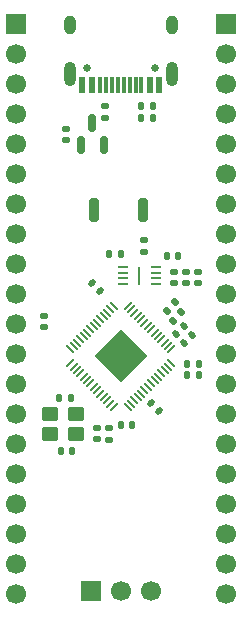
<source format=gbr>
%TF.GenerationSoftware,KiCad,Pcbnew,9.0.5*%
%TF.CreationDate,2025-12-10T19:07:18-06:00*%
%TF.ProjectId,KBoardV1,4b426f61-7264-4563-912e-6b696361645f,rev?*%
%TF.SameCoordinates,Original*%
%TF.FileFunction,Soldermask,Top*%
%TF.FilePolarity,Negative*%
%FSLAX46Y46*%
G04 Gerber Fmt 4.6, Leading zero omitted, Abs format (unit mm)*
G04 Created by KiCad (PCBNEW 9.0.5) date 2025-12-10 19:07:18*
%MOMM*%
%LPD*%
G01*
G04 APERTURE LIST*
G04 Aperture macros list*
%AMRoundRect*
0 Rectangle with rounded corners*
0 $1 Rounding radius*
0 $2 $3 $4 $5 $6 $7 $8 $9 X,Y pos of 4 corners*
0 Add a 4 corners polygon primitive as box body*
4,1,4,$2,$3,$4,$5,$6,$7,$8,$9,$2,$3,0*
0 Add four circle primitives for the rounded corners*
1,1,$1+$1,$2,$3*
1,1,$1+$1,$4,$5*
1,1,$1+$1,$6,$7*
1,1,$1+$1,$8,$9*
0 Add four rect primitives between the rounded corners*
20,1,$1+$1,$2,$3,$4,$5,0*
20,1,$1+$1,$4,$5,$6,$7,0*
20,1,$1+$1,$6,$7,$8,$9,0*
20,1,$1+$1,$8,$9,$2,$3,0*%
%AMRotRect*
0 Rectangle, with rotation*
0 The origin of the aperture is its center*
0 $1 length*
0 $2 width*
0 $3 Rotation angle, in degrees counterclockwise*
0 Add horizontal line*
21,1,$1,$2,0,0,$3*%
G04 Aperture macros list end*
%ADD10O,1.000000X1.600000*%
%ADD11O,1.000000X2.100000*%
%ADD12R,0.600000X1.450000*%
%ADD13R,0.300000X1.450000*%
%ADD14C,0.650000*%
%ADD15RoundRect,0.140000X-0.219203X-0.021213X-0.021213X-0.219203X0.219203X0.021213X0.021213X0.219203X0*%
%ADD16RoundRect,0.140000X-0.140000X-0.170000X0.140000X-0.170000X0.140000X0.170000X-0.140000X0.170000X0*%
%ADD17R,1.700000X1.700000*%
%ADD18C,1.700000*%
%ADD19RoundRect,0.140000X-0.170000X0.140000X-0.170000X-0.140000X0.170000X-0.140000X0.170000X0.140000X0*%
%ADD20RoundRect,0.140000X0.021213X-0.219203X0.219203X-0.021213X-0.021213X0.219203X-0.219203X0.021213X0*%
%ADD21RoundRect,0.140000X0.219203X0.021213X0.021213X0.219203X-0.219203X-0.021213X-0.021213X-0.219203X0*%
%ADD22RoundRect,0.140000X0.170000X-0.140000X0.170000X0.140000X-0.170000X0.140000X-0.170000X-0.140000X0*%
%ADD23RoundRect,0.135000X-0.135000X-0.185000X0.135000X-0.185000X0.135000X0.185000X-0.135000X0.185000X0*%
%ADD24RoundRect,0.135000X-0.185000X0.135000X-0.185000X-0.135000X0.185000X-0.135000X0.185000X0.135000X0*%
%ADD25RoundRect,0.250000X0.450000X0.350000X-0.450000X0.350000X-0.450000X-0.350000X0.450000X-0.350000X0*%
%ADD26RoundRect,0.150000X0.150000X-0.587500X0.150000X0.587500X-0.150000X0.587500X-0.150000X-0.587500X0*%
%ADD27RoundRect,0.135000X-0.035355X0.226274X-0.226274X0.035355X0.035355X-0.226274X0.226274X-0.035355X0*%
%ADD28RoundRect,0.135000X0.035355X-0.226274X0.226274X-0.035355X-0.035355X0.226274X-0.226274X0.035355X0*%
%ADD29RoundRect,0.050000X-0.309359X0.238649X0.238649X-0.309359X0.309359X-0.238649X-0.238649X0.309359X0*%
%ADD30RoundRect,0.050000X-0.309359X-0.238649X-0.238649X-0.309359X0.309359X0.238649X0.238649X0.309359X0*%
%ADD31RotRect,3.200000X3.200000X315.000000*%
%ADD32RoundRect,0.140000X0.140000X0.170000X-0.140000X0.170000X-0.140000X-0.170000X0.140000X-0.170000X0*%
%ADD33RoundRect,0.062500X-0.387500X-0.062500X0.387500X-0.062500X0.387500X0.062500X-0.387500X0.062500X0*%
%ADD34R,0.200000X1.600000*%
%ADD35RoundRect,0.200000X-0.200000X-0.800000X0.200000X-0.800000X0.200000X0.800000X-0.200000X0.800000X0*%
G04 APERTURE END LIST*
D10*
%TO.C,J1*%
X60380000Y-25940000D03*
D11*
X60380000Y-30120000D03*
D10*
X69020000Y-25940000D03*
D11*
X69020000Y-30120000D03*
D12*
X67950000Y-31035000D03*
X67150000Y-31035000D03*
D13*
X66450000Y-31035000D03*
X65450000Y-31035000D03*
X63950000Y-31035000D03*
X62950000Y-31035000D03*
D12*
X62250000Y-31035000D03*
X61450000Y-31035000D03*
X61450000Y-31035000D03*
X62250000Y-31035000D03*
D13*
X63450000Y-31035000D03*
X64450000Y-31035000D03*
X64950000Y-31035000D03*
X65950000Y-31035000D03*
D12*
X67150000Y-31035000D03*
X67950000Y-31035000D03*
D14*
X61810000Y-29590000D03*
X67590000Y-29590000D03*
%TD*%
D15*
%TO.C,C5*%
X67221178Y-57921178D03*
X67900000Y-58600000D03*
%TD*%
D16*
%TO.C,C10*%
X64720000Y-59800000D03*
X65680000Y-59800000D03*
%TD*%
D17*
%TO.C,J4*%
X62160000Y-73890000D03*
D18*
X64700000Y-73890000D03*
X67240000Y-73890000D03*
%TD*%
D19*
%TO.C,C13*%
X60100000Y-34740000D03*
X60100000Y-35700000D03*
%TD*%
D20*
%TO.C,C17*%
X70060589Y-52839411D03*
X70739411Y-52160589D03*
%TD*%
D21*
%TO.C,C3*%
X62900000Y-48500000D03*
X62221178Y-47821178D03*
%TD*%
D22*
%TO.C,C6*%
X58200000Y-51530000D03*
X58200000Y-50570000D03*
%TD*%
D19*
%TO.C,C2*%
X63700000Y-60100000D03*
X63700000Y-61060000D03*
%TD*%
D16*
%TO.C,C8*%
X70340000Y-55600000D03*
X71300000Y-55600000D03*
%TD*%
D23*
%TO.C,R1*%
X66380000Y-32800000D03*
X67400000Y-32800000D03*
%TD*%
D22*
%TO.C,C4*%
X70200000Y-47800000D03*
X70200000Y-46840000D03*
%TD*%
D16*
%TO.C,C7*%
X68600000Y-45500000D03*
X69560000Y-45500000D03*
%TD*%
D24*
%TO.C,R7*%
X66700000Y-44100000D03*
X66700000Y-45120000D03*
%TD*%
D22*
%TO.C,C1*%
X71200000Y-47800000D03*
X71200000Y-46840000D03*
%TD*%
D25*
%TO.C,Y1*%
X60900000Y-58900000D03*
X58700000Y-58900000D03*
X58700000Y-60600000D03*
X60900000Y-60600000D03*
%TD*%
D26*
%TO.C,U2*%
X61350000Y-36137500D03*
X63250000Y-36137500D03*
X62300000Y-34262500D03*
%TD*%
D22*
%TO.C,C16*%
X62700000Y-61000000D03*
X62700000Y-60040000D03*
%TD*%
D23*
%TO.C,R5*%
X59480002Y-57500000D03*
X60500000Y-57500000D03*
%TD*%
%TO.C,R6*%
X63690000Y-45300000D03*
X64710000Y-45300000D03*
%TD*%
D27*
%TO.C,R4*%
X69821248Y-50278752D03*
X69100000Y-51000000D03*
%TD*%
D28*
%TO.C,R3*%
X68578752Y-50121248D03*
X69300000Y-49400000D03*
%TD*%
D22*
%TO.C,C12*%
X69200000Y-47820000D03*
X69200000Y-46860000D03*
%TD*%
D20*
%TO.C,C11*%
X69360589Y-52139411D03*
X70039411Y-51460589D03*
%TD*%
D22*
%TO.C,C14*%
X63400000Y-33780000D03*
X63400000Y-32820000D03*
%TD*%
D29*
%TO.C,U1*%
X64107798Y-49730843D03*
X63824955Y-50013686D03*
X63542113Y-50296528D03*
X63259270Y-50579371D03*
X62976427Y-50862213D03*
X62693584Y-51145056D03*
X62410741Y-51427900D03*
X62127899Y-51710742D03*
X61845057Y-51993585D03*
X61562214Y-52276427D03*
X61279371Y-52559270D03*
X60996528Y-52842112D03*
X60713686Y-53124955D03*
X60430843Y-53407798D03*
D30*
X60430843Y-54592202D03*
X60713686Y-54875045D03*
X60996528Y-55157887D03*
X61279371Y-55440730D03*
X61562213Y-55723573D03*
X61845056Y-56006416D03*
X62127900Y-56289259D03*
X62410742Y-56572101D03*
X62693585Y-56854943D03*
X62976427Y-57137786D03*
X63259270Y-57420629D03*
X63542112Y-57703472D03*
X63824955Y-57986314D03*
X64107798Y-58269157D03*
D29*
X65292202Y-58269157D03*
X65575045Y-57986314D03*
X65857887Y-57703472D03*
X66140730Y-57420629D03*
X66423573Y-57137787D03*
X66706416Y-56854944D03*
X66989259Y-56572100D03*
X67272101Y-56289258D03*
X67554943Y-56006415D03*
X67837786Y-55723573D03*
X68120629Y-55440730D03*
X68403472Y-55157888D03*
X68686314Y-54875045D03*
X68969157Y-54592202D03*
D30*
X68969157Y-53407798D03*
X68686314Y-53124955D03*
X68403472Y-52842113D03*
X68120629Y-52559270D03*
X67837787Y-52276427D03*
X67554944Y-51993584D03*
X67272100Y-51710741D03*
X66989258Y-51427899D03*
X66706415Y-51145057D03*
X66423573Y-50862214D03*
X66140730Y-50579371D03*
X65857888Y-50296528D03*
X65575045Y-50013686D03*
X65292202Y-49730843D03*
D31*
X64700000Y-54000000D03*
%TD*%
D16*
%TO.C,C9*%
X70340000Y-54600000D03*
X71300000Y-54600000D03*
%TD*%
D32*
%TO.C,C15*%
X60580000Y-62000000D03*
X59620000Y-62000000D03*
%TD*%
D23*
%TO.C,R2*%
X66380000Y-33800000D03*
X67400000Y-33800000D03*
%TD*%
D33*
%TO.C,U3*%
X64850000Y-46400000D03*
X64850000Y-46900000D03*
X64850000Y-47400000D03*
X64850000Y-47900000D03*
X67700000Y-47900000D03*
X67700000Y-47400000D03*
X67700000Y-46900000D03*
X67700000Y-46400000D03*
D34*
X66275000Y-47150000D03*
%TD*%
D17*
%TO.C,J2*%
X55810000Y-25870000D03*
D18*
X55810000Y-28410000D03*
X55810000Y-30950000D03*
X55810000Y-33490000D03*
X55810000Y-36030000D03*
X55810000Y-38570000D03*
X55810000Y-41110000D03*
X55810000Y-43650000D03*
X55810000Y-46190000D03*
X55810000Y-48730000D03*
X55810000Y-51270000D03*
X55810000Y-53810000D03*
X55810000Y-56350000D03*
X55810000Y-58890000D03*
X55810000Y-61430000D03*
X55810000Y-63970000D03*
X55810000Y-66510000D03*
X55810000Y-69050000D03*
X55810000Y-71590000D03*
X55810000Y-74130000D03*
%TD*%
D35*
%TO.C,SW1*%
X62400000Y-41600000D03*
X66600000Y-41600000D03*
%TD*%
D17*
%TO.C,J3*%
X73590000Y-25870000D03*
D18*
X73590000Y-28410000D03*
X73590000Y-30950000D03*
X73590000Y-33490000D03*
X73590000Y-36030000D03*
X73590000Y-38570000D03*
X73590000Y-41110000D03*
X73590000Y-43650000D03*
X73590000Y-46190000D03*
X73590000Y-48730000D03*
X73590000Y-51270000D03*
X73590000Y-53810000D03*
X73590000Y-56350000D03*
X73590000Y-58890000D03*
X73590000Y-61430000D03*
X73590000Y-63970000D03*
X73590000Y-66510000D03*
X73590000Y-69050000D03*
X73590000Y-71590000D03*
X73590000Y-74130000D03*
%TD*%
M02*

</source>
